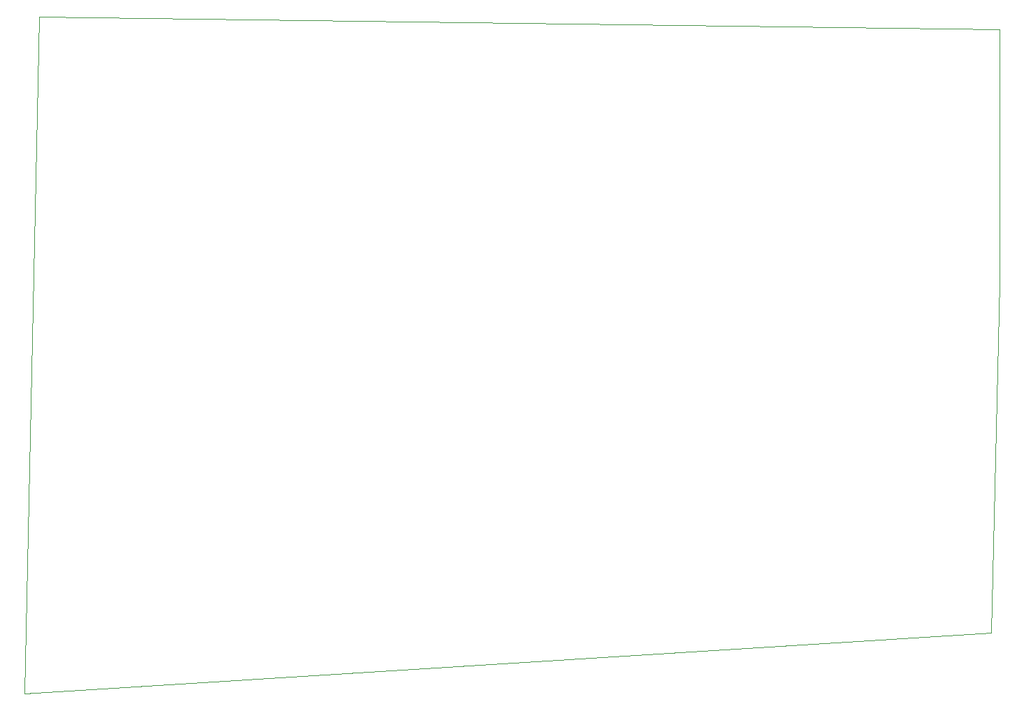
<source format=gbr>
%TF.GenerationSoftware,KiCad,Pcbnew,(5.1.9)-1*%
%TF.CreationDate,2021-10-21T17:43:52-05:00*%
%TF.ProjectId,tutorial,7475746f-7269-4616-9c2e-6b696361645f,rev?*%
%TF.SameCoordinates,Original*%
%TF.FileFunction,Profile,NP*%
%FSLAX46Y46*%
G04 Gerber Fmt 4.6, Leading zero omitted, Abs format (unit mm)*
G04 Created by KiCad (PCBNEW (5.1.9)-1) date 2021-10-21 17:43:52*
%MOMM*%
%LPD*%
G01*
G04 APERTURE LIST*
%TA.AperFunction,Profile*%
%ADD10C,0.050000*%
%TD*%
G04 APERTURE END LIST*
D10*
X217170000Y-112522000D02*
X218186000Y-70104000D01*
X100076000Y-119888000D02*
X217170000Y-112522000D01*
X101854000Y-37846000D02*
X100076000Y-119888000D01*
X218186000Y-39370000D02*
X101854000Y-37846000D01*
X218186000Y-70104000D02*
X218186000Y-39370000D01*
M02*

</source>
